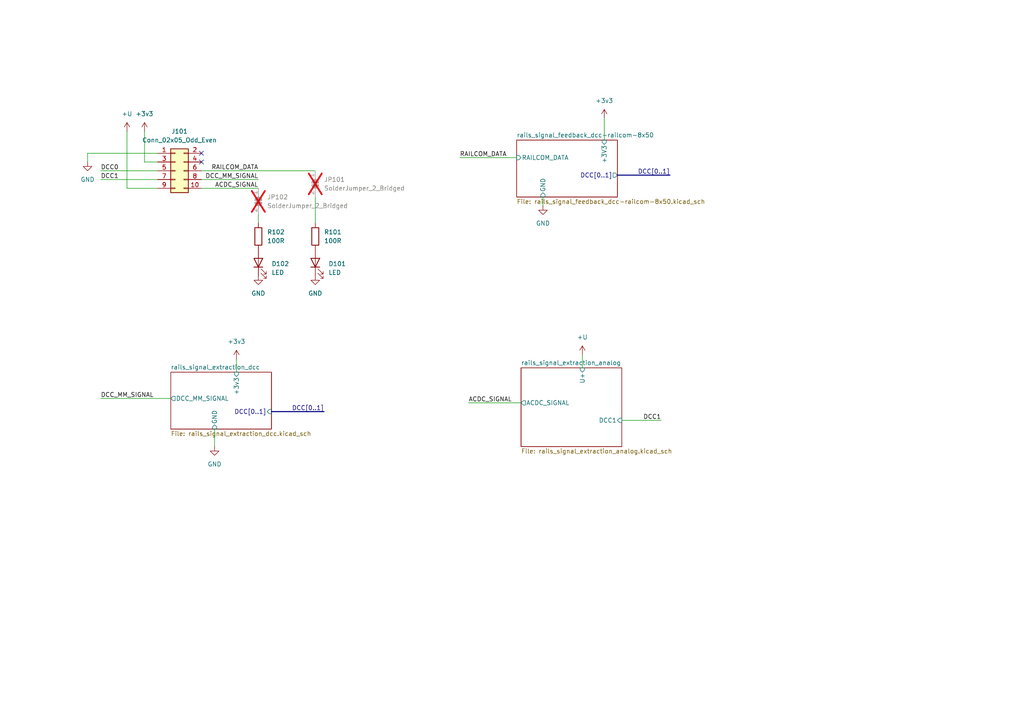
<source format=kicad_sch>
(kicad_sch (version 20231120) (generator "eeschema") (generator_version "8.0")
  (paper "A4")
  (lib_symbols
    (symbol "Connector_Generic:Conn_02x05_Odd_Even" (pin_names (offset 1.016) hide)
      (property "Reference" "J" (at 1.27 7.62 0))
      (property "Value" "Conn_02x05_Odd_Even" (at 1.27 -7.62 0))
      (symbol "Conn_02x05_Odd_Even_1_1"
        (rectangle (start -1.27 -4.953) (end 0 -5.207) (stroke (width 0.1524)))
        (rectangle (start -1.27 -2.413) (end 0 -2.667) (stroke (width 0.1524)))
        (rectangle (start -1.27 0.127) (end 0 -0.127) (stroke (width 0.1524)))
        (rectangle (start -1.27 2.667) (end 0 2.413) (stroke (width 0.1524)))
        (rectangle (start -1.27 5.207) (end 0 4.953) (stroke (width 0.1524)))
        (rectangle (start -1.27 6.35) (end 3.81 -6.35) (stroke (width 0.254)) (fill (type background)))
        (rectangle (start 3.81 -4.953) (end 2.54 -5.207) (stroke (width 0.1524)))
        (rectangle (start 3.81 -2.413) (end 2.54 -2.667) (stroke (width 0.1524)))
        (rectangle (start 3.81 0.127) (end 2.54 -0.127) (stroke (width 0.1524)))
        (rectangle (start 3.81 2.667) (end 2.54 2.413) (stroke (width 0.1524)))
        (rectangle (start 3.81 5.207) (end 2.54 4.953) (stroke (width 0.1524)))
        (pin passive line (at -5.08 5.08 0) (length 3.81) (name "Pin_1") (number "1"))
        (pin passive line (at 7.62 -5.08 180) (length 3.81) (name "Pin_10") (number "10"))
        (pin passive line (at 7.62 5.08 180) (length 3.81) (name "Pin_2") (number "2"))
        (pin passive line (at -5.08 2.54 0) (length 3.81) (name "Pin_3") (number "3"))
        (pin passive line (at 7.62 2.54 180) (length 3.81) (name "Pin_4") (number "4"))
        (pin passive line (at -5.08 0 0) (length 3.81) (name "Pin_5") (number "5"))
        (pin passive line (at 7.62 0 180) (length 3.81) (name "Pin_6") (number "6"))
        (pin passive line (at -5.08 -2.54 0) (length 3.81) (name "Pin_7") (number "7"))
        (pin passive line (at 7.62 -2.54 180) (length 3.81) (name "Pin_8") (number "8"))
        (pin passive line (at -5.08 -5.08 0) (length 3.81) (name "Pin_9") (number "9"))
      )
    )
    (symbol "Device:LED" (pin_numbers hide) (pin_names (offset 1.016) hide)
      (property "Reference" "D" (at 0 2.54 0))
      (property "Value" "LED" (at 0 -2.54 0))
      (symbol "LED_0_1"
        (polyline (pts (xy -1.27 -1.27) (xy -1.27 1.27)) (stroke (width 0.254)))
        (polyline (pts (xy -1.27 0) (xy 1.27 0)))
        (polyline (pts (xy 1.27 -1.27) (xy 1.27 1.27) (xy -1.27 0) (xy 1.27 -1.27)) (stroke (width 0.254)))
        (polyline (pts (xy -3.048 -0.762) (xy -4.572 -2.286) (xy -3.81 -2.286) (xy -4.572 -2.286) (xy -4.572 -1.524)))
        (polyline (pts (xy -1.778 -0.762) (xy -3.302 -2.286) (xy -2.54 -2.286) (xy -3.302 -2.286) (xy -3.302 -1.524)))
      )
      (symbol "LED_1_1"
        (pin passive line (at -3.81 0 0) (length 2.54) (name "K") (number "1"))
        (pin passive line (at 3.81 0 180) (length 2.54) (name "A") (number "2"))
      )
    )
    (symbol "Device:R" (pin_numbers hide) (pin_names (offset 0))
      (property "Reference" "R" (at 2.032 0 90))
      (property "Value" "R" (at 0 0 90))
      (symbol "R_0_1"
        (rectangle (start -1.016 -2.54) (end 1.016 2.54) (stroke (width 0.254)))
      )
      (symbol "R_1_1"
        (pin passive line (at 0 3.81 270) (length 1.27) (name "~") (number "1"))
        (pin passive line (at 0 -3.81 90) (length 1.27) (name "~") (number "2"))
      )
    )
    (symbol "Jumper:SolderJumper_2_Bridged" (pin_names (offset 0) hide)
      (property "Reference" "JP" (at 0 2.032 0))
      (property "Value" "SolderJumper_2_Bridged" (at 0 -2.54 0))
      (symbol "SolderJumper_2_Bridged_0_1"
        (rectangle (start -0.508 0.508) (end 0.508 -0.508) (fill (type outline)))
        (arc (start -0.254 1.016) (mid -1.2656 0) (end -0.254 -1.016))
        (arc (start -0.254 1.016) (mid -1.2656 0) (end -0.254 -1.016) (fill (type outline)))
        (polyline (pts (xy -0.254 1.016) (xy -0.254 -1.016)))
        (polyline (pts (xy 0.254 1.016) (xy 0.254 -1.016)))
        (arc (start 0.254 -1.016) (mid 1.2656 0) (end 0.254 1.016))
        (arc (start 0.254 -1.016) (mid 1.2656 0) (end 0.254 1.016) (fill (type outline)))
      )
      (symbol "SolderJumper_2_Bridged_1_1"
        (pin passive line (at -3.81 0 0) (length 2.54) (name "A") (number "1"))
        (pin passive line (at 3.81 0 180) (length 2.54) (name "B") (number "2"))
      )
    )
    (symbol "power:+3.3V" (power) (pin_names (offset 0))
      (property "Value" "+3.3V" (at 0 3.556 0))
      (symbol "+3.3V_0_1"
        (polyline (pts (xy -0.762 1.27) (xy 0 2.54)))
        (polyline (pts (xy 0 0) (xy 0 2.54)))
        (polyline (pts (xy 0 2.54) (xy 0.762 1.27)))
      )
      (symbol "+3.3V_1_1"
        (pin power_in line (at 0 0 90) (length 0) hide (name "+3.3V") (number "1"))
      )
    )
    (symbol "power:GND" (power) (pin_names (offset 0))
      (property "Value" "GND" (at 0 -3.81 0))
      (symbol "GND_0_1"
        (polyline (pts (xy 0 0) (xy 0 -1.27) (xy 1.27 -1.27) (xy 0 -2.54) (xy -1.27 -1.27) (xy 0 -1.27)))
      )
      (symbol "GND_1_1"
        (pin power_in line (at 0 0 270) (length 0) hide (name "GND") (number "1"))
      )
    )
  )
  (no_connect (at 58.42 46.99))
  (no_connect (at 58.42 44.45))
  (wire (pts (xy 29.21 52.07) (xy 45.72 52.07)))
  (wire (pts (xy 62.23 124.46) (xy 62.23 129.54)))
  (wire (pts (xy 45.72 46.99) (xy 41.91 46.99)))
  (wire (pts (xy 58.42 49.53) (xy 91.44 49.53)))
  (wire (pts (xy 135.89 116.84) (xy 151.13 116.84)))
  (wire (pts (xy 41.91 46.99) (xy 41.91 38.1)))
  (wire (pts (xy 74.93 62.23) (xy 74.93 64.77)))
  (wire (pts (xy 36.83 38.1) (xy 36.83 54.61)))
  (wire (pts (xy 36.83 54.61) (xy 45.72 54.61)))
  (wire (pts (xy 29.21 49.53) (xy 45.72 49.53)))
  (wire (pts (xy 74.93 54.61) (xy 58.42 54.61)))
  (wire (pts (xy 25.4 44.45) (xy 25.4 46.99)))
  (bus (pts (xy 78.74 119.38) (xy 93.98 119.38)))
  (wire (pts (xy 180.34 121.92) (xy 191.77 121.92)))
  (wire (pts (xy 68.58 104.14) (xy 68.58 107.95)))
  (wire (pts (xy 168.91 102.87) (xy 168.91 106.68)))
  (wire (pts (xy 133.35 45.72) (xy 149.86 45.72)))
  (wire (pts (xy 29.21 115.57) (xy 49.53 115.57)))
  (wire (pts (xy 25.4 44.45) (xy 45.72 44.45)))
  (wire (pts (xy 91.44 57.15) (xy 91.44 64.77)))
  (wire (pts (xy 175.26 34.29) (xy 175.26 40.64)))
  (bus (pts (xy 179.07 50.8) (xy 194.31 50.8)))
  (wire (pts (xy 58.42 52.07) (xy 74.93 52.07)))
  (wire (pts (xy 157.48 57.15) (xy 157.48 59.69)))
  (label "DCC_MM_SIGNAL" (at 74.93 52.07 180))
  (label "DCC1" (at 29.21 52.07 0))
  (label "DCC[0..1]" (at 194.31 50.8 180))
  (label "DCC1" (at 191.77 121.92 180))
  (label "ACDC_SIGNAL" (at 74.93 54.61 180))
  (label "RAILCOM_DATA" (at 133.35 45.72 0))
  (label "DCC_MM_SIGNAL" (at 29.21 115.57 0))
  (label "DCC[0..1]" (at 93.98 119.38 180))
  (label "DCC0" (at 29.21 49.53 0))
  (label "ACDC_SIGNAL" (at 135.89 116.84 0))
  (label "RAILCOM_DATA" (at 74.93 49.53 180))
  (symbol (lib_id "power:+3.3V") (at 175.26 34.29 0) (unit 1)
    (property "Reference" "#PWR0105" (effects (hide yes)))
    (property "Value" "+3v3" (at 175.26 29.21 0))
    (property "Description" "Power symbol creates a global label with name \"+3.3V\"" (effects (hide yes)))
  )
  (symbol (lib_id "power:+3.3V") (at 41.91 38.1 0) (unit 1)
    (property "Reference" "#PWR0102" (effects (hide yes)))
    (property "Value" "+3v3" (at 41.91 33.02 0))
    (property "Description" "Power symbol creates a global label with name \"+3.3V\"" (effects (hide yes)))
  )
  (symbol (lib_id "power:GND") (at 91.44 80.01 0) (unit 1)
    (property "Reference" "#PWR0103" (effects (hide yes)))
    (property "Value" "GND" (at 91.44 85.09 0))
    (property "Description" "Power symbol creates a global label with name \"GND\" , ground" (effects (hide yes)))
  )
  (symbol (lib_id "Device:R") (at 91.44 68.58 0) (unit 1)
    (property "Reference" "R101" (at 93.98 67.3099 0) (effects (justify left)))
    (property "Value" "100R" (at 93.98 69.8499 0) (effects (justify left)))
    (property "Footprint" "Resistor_SMD:R_0805_2012Metric_Pad1.20x1.40mm_HandSolder" (effects (hide yes)))
    (property "Description" "Resistor" (effects (hide yes)))
    (property "OLI_ID" "100R_0805" (effects (hide yes)))
  )
  (symbol (lib_id "power:GND") (at 157.48 59.69 0) (unit 1)
    (property "Reference" "#PWR0104" (effects (hide yes)))
    (property "Value" "GND" (at 157.48 64.77 0))
    (property "Description" "Power symbol creates a global label with name \"GND\" , ground" (effects (hide yes)))
  )
  (symbol (lib_id "Device:R") (at 74.93 68.58 0) (unit 1)
    (property "Reference" "R102" (at 77.47 67.3099 0) (effects (justify left)))
    (property "Value" "100R" (at 77.47 69.8499 0) (effects (justify left)))
    (property "Footprint" "Resistor_SMD:R_0805_2012Metric_Pad1.20x1.40mm_HandSolder" (effects (hide yes)))
    (property "Description" "Resistor" (effects (hide yes)))
    (property "OLI_ID" "100R_0805" (effects (hide yes)))
  )
  (symbol (lib_id "power:GND") (at 74.93 80.01 0) (unit 1)
    (property "Reference" "#PWR0106" (effects (hide yes)))
    (property "Value" "GND" (at 74.93 85.09 0))
    (property "Description" "Power symbol creates a global label with name \"GND\" , ground" (effects (hide yes)))
  )
  (symbol (lib_id "Jumper:SolderJumper_2_Bridged") (at 91.44 53.34 270) (unit 1) (in_bom no) (dnp yes)
    (property "Reference" "JP101" (at 93.98 52.0699 90) (effects (justify left)))
    (property "Value" "SolderJumper_2_Bridged" (at 93.98 54.6099 90) (effects (justify left)))
    (property "Footprint" "Jumper:SolderJumper-2_P1.3mm_Bridged_RoundedPad1.0x1.5mm" (effects (hide yes)))
    (property "Description" "Solder Jumper, 2-pole, closed/bridged" (effects (hide yes)))
  )
  (symbol (lib_id "Device:LED") (at 74.93 76.2 90) (unit 1)
    (property "Reference" "D102" (at 78.74 76.5174 90) (effects (justify right)))
    (property "Value" "LED" (at 78.74 79.0574 90) (effects (justify right)))
    (property "Footprint" "LED_SMD:LED_0603_1608Metric_Pad1.05x0.95mm_HandSolder" (effects (hide yes)))
    (property "Description" "Light emitting diode" (effects (hide yes)))
    (property "OLI_ID" "LED-RED_0603" (effects (hide yes)))
  )
  (symbol (lib_id "Jumper:SolderJumper_2_Bridged") (at 74.93 58.42 270) (unit 1) (in_bom no) (dnp yes)
    (property "Reference" "JP102" (at 77.47 57.1499 90) (effects (justify left)))
    (property "Value" "SolderJumper_2_Bridged" (at 77.47 59.6899 90) (effects (justify left)))
    (property "Footprint" "Jumper:SolderJumper-2_P1.3mm_Bridged_RoundedPad1.0x1.5mm" (effects (hide yes)))
    (property "Description" "Solder Jumper, 2-pole, closed/bridged" (effects (hide yes)))
  )
  (symbol (lib_id "power:+3.3V") (at 168.91 102.87 0) (unit 1)
    (property "Reference" "#PWR0109" (effects (hide yes)))
    (property "Value" "+U" (at 168.91 97.79 0))
    (property "Description" "Power symbol creates a global label with name \"+3.3V\"" (effects (hide yes)))
  )
  (symbol (lib_id "power:+3.3V") (at 68.58 104.14 0) (unit 1)
    (property "Reference" "#PWR0108" (effects (hide yes)))
    (property "Value" "+3v3" (at 68.58 99.06 0))
    (property "Description" "Power symbol creates a global label with name \"+3.3V\"" (effects (hide yes)))
  )
  (symbol (lib_id "power:GND") (at 25.4 46.99 0) (unit 1)
    (property "Reference" "#PWR0101" (effects (hide yes)))
    (property "Value" "GND" (at 25.4 52.07 0))
    (property "Description" "Power symbol creates a global label with name \"GND\" , ground" (effects (hide yes)))
  )
  (symbol (lib_id "power:+3.3V") (at 36.83 38.1 0) (unit 1)
    (property "Reference" "#PWR0110" (effects (hide yes)))
    (property "Value" "+U" (at 36.83 33.02 0))
    (property "Description" "Power symbol creates a global label with name \"+3.3V\"" (effects (hide yes)))
  )
  (symbol (lib_id "Device:LED") (at 91.44 76.2 90) (unit 1)
    (property "Reference" "D101" (at 95.25 76.5174 90) (effects (justify right)))
    (property "Value" "LED" (at 95.25 79.0574 90) (effects (justify right)))
    (property "Footprint" "LED_SMD:LED_0603_1608Metric_Pad1.05x0.95mm_HandSolder" (effects (hide yes)))
    (property "Description" "Light emitting diode" (effects (hide yes)))
    (property "OLI_ID" "LED-RED_0603" (effects (hide yes)))
  )
  (symbol (lib_id "power:GND") (at 62.23 129.54 0) (unit 1)
    (property "Reference" "#PWR0107" (effects (hide yes)))
    (property "Value" "GND" (at 62.23 134.62 0))
    (property "Description" "Power symbol creates a global label with name \"GND\" , ground" (effects (hide yes)))
  )
  (symbol (lib_id "Connector_Generic:Conn_02x05_Odd_Even") (at 50.8 49.53 0) (unit 1)
    (property "Reference" "J101" (at 52.07 38.1 0))
    (property "Value" "Conn_02x05_Odd_Even" (at 52.07 40.64 0))
    (property "Footprint" "Connector_PinHeader_2.54mm:PinHeader_2x05_P2.54mm_Horizontal" (effects (hide yes)))
    (property "Description" "Generic connector, double row, 02x05, odd/even pin numbering scheme (row 1 odd numbers, row 2 even numbers), script generated (kicad-library-utils/schlib/autogen/connector/)" (effects (hide yes)))
  )
  (sheet (at 149.86 40.64) (size 29.21 16.51) (stroke (width 0.1524))
    (property "Sheetname" "rails_signal_feedback_dcc-railcom-8x50" (at 149.86 39.9284 0) (effects (justify left bottom)))
    (property "Sheetfile" "rails_signal_feedback_dcc-railcom-8x50.kicad_sch" (at 149.86 57.7346 0) (effects (justify left top)))
    (pin "DCC[0..1]" output (at 179.07 50.8 0))
    (pin "RAILCOM_DATA" input (at 149.86 45.72 180))
    (pin "GND" input (at 157.48 57.15 270))
    (pin "+3V3" input (at 175.26 40.64 90))
  )
  (sheet (at 151.13 106.68) (size 29.21 22.86) (stroke (width 0.1524))
    (property "Sheetname" "rails_signal_extraction_analog" (at 151.13 105.9684 0) (effects (justify left bottom)))
    (property "Sheetfile" "rails_signal_extraction_analog.kicad_sch" (at 151.13 130.1246 0) (effects (justify left top)))
    (pin "U+" input (at 168.91 106.68 90))
    (pin "ACDC_SIGNAL" output (at 151.13 116.84 180))
    (pin "DCC1" input (at 180.34 121.92 0))
  )
  (sheet (at 49.53 107.95) (size 29.21 16.51) (stroke (width 0.1524))
    (property "Sheetname" "rails_signal_extraction_dcc" (at 49.53 107.2384 0) (effects (justify left bottom)))
    (property "Sheetfile" "rails_signal_extraction_dcc.kicad_sch" (at 49.53 125.0446 0) (effects (justify left top)))
    (pin "DCC_MM_SIGNAL" output (at 49.53 115.57 180))
    (pin "GND" input (at 62.23 124.46 270))
    (pin "DCC[0..1]" input (at 78.74 119.38 0))
    (pin "+3v3" input (at 68.58 107.95 90))
  )
)
</source>
